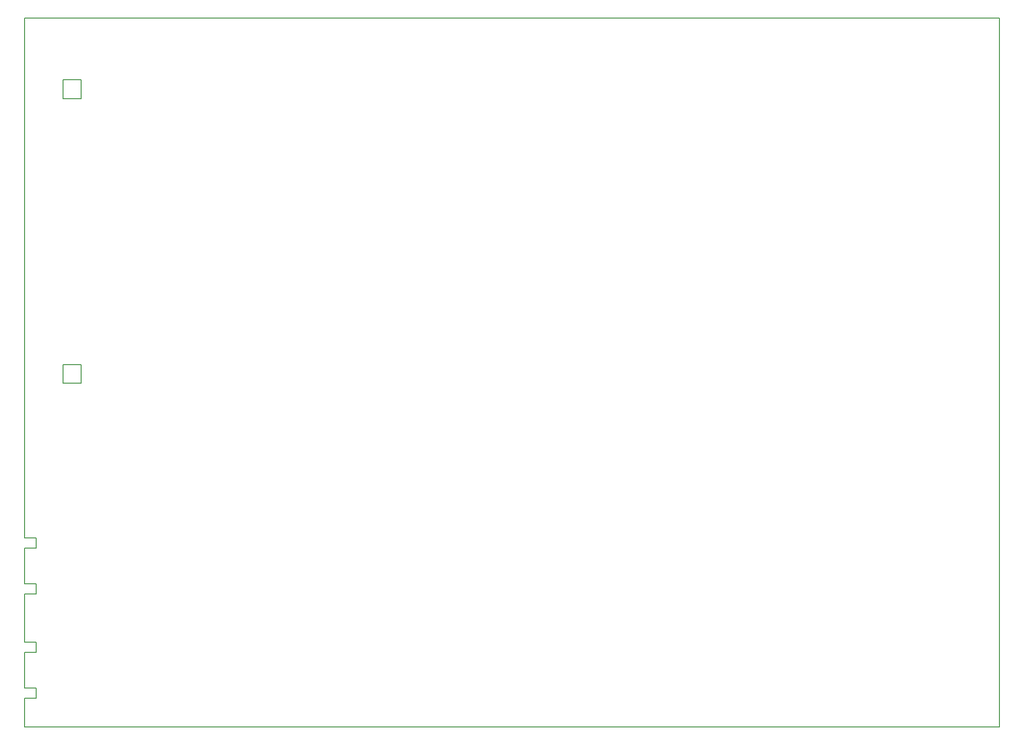
<source format=gbr>
G04 #@! TF.FileFunction,Profile,NP*
%FSLAX46Y46*%
G04 Gerber Fmt 4.6, Leading zero omitted, Abs format (unit mm)*
G04 Created by KiCad (PCBNEW 4.0.7-e2-6376~61~ubuntu18.04.1) date Thu Aug 20 20:01:36 2020*
%MOMM*%
%LPD*%
G01*
G04 APERTURE LIST*
%ADD10C,0.100000*%
%ADD11C,0.150000*%
G04 APERTURE END LIST*
D10*
D11*
X227825000Y-159900000D02*
X49825000Y-159900000D01*
X227825000Y-30400000D02*
X49825000Y-30400000D01*
X227825000Y-159900000D02*
X227825000Y-30400000D01*
X49825000Y-125350000D02*
X49825000Y-30400000D01*
X49825000Y-133750000D02*
X49825000Y-127250000D01*
X49825000Y-144400000D02*
X49825000Y-135650000D01*
X51875000Y-144400000D02*
X51875000Y-146300000D01*
X49825000Y-144400000D02*
X51875000Y-144400000D01*
X49825000Y-146300000D02*
X51875000Y-146300000D01*
X49825000Y-152800000D02*
X49825000Y-146300000D01*
X49825000Y-154700000D02*
X49825000Y-159900000D01*
X51875000Y-154700000D02*
X49825000Y-154700000D01*
X51875000Y-152800000D02*
X51875000Y-154700000D01*
X49825000Y-152800000D02*
X51875000Y-152800000D01*
X51875000Y-135650000D02*
X49825000Y-135650000D01*
X51875000Y-133750000D02*
X51875000Y-135650000D01*
X49825000Y-133750000D02*
X51875000Y-133750000D01*
X51875000Y-127250000D02*
X49825000Y-127250000D01*
X51875000Y-125350000D02*
X51875000Y-127250000D01*
X49825000Y-125350000D02*
X51875000Y-125350000D01*
X56800000Y-97050000D02*
X56800000Y-93700000D01*
X60150000Y-97050000D02*
X56800000Y-97050000D01*
X60150000Y-93700000D02*
X60150000Y-97050000D01*
X56800000Y-93700000D02*
X60150000Y-93700000D01*
X56775000Y-45100000D02*
X56775000Y-41650000D01*
X60125000Y-45100000D02*
X56775000Y-45100000D01*
X60125000Y-41650000D02*
X60125000Y-45100000D01*
X56775000Y-41650000D02*
X60125000Y-41650000D01*
M02*

</source>
